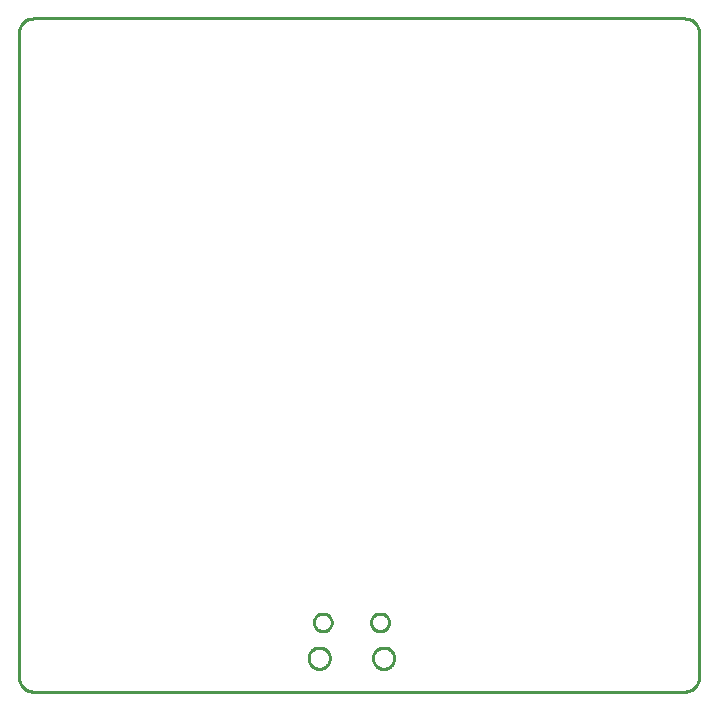
<source format=gbr>
G04 EAGLE Gerber RS-274X export*
G75*
%MOMM*%
%FSLAX34Y34*%
%LPD*%
%IN*%
%IPPOS*%
%AMOC8*
5,1,8,0,0,1.08239X$1,22.5*%
G01*
%ADD10C,0.254000*%


D10*
X0Y12700D02*
X48Y11593D01*
X193Y10495D01*
X433Y9413D01*
X766Y8356D01*
X1190Y7333D01*
X1701Y6350D01*
X2297Y5416D01*
X2971Y4537D01*
X3720Y3720D01*
X4537Y2971D01*
X5416Y2297D01*
X6350Y1701D01*
X7333Y1190D01*
X8356Y766D01*
X9413Y433D01*
X10495Y193D01*
X11593Y48D01*
X12700Y0D01*
X563563Y0D01*
X564669Y48D01*
X565768Y193D01*
X566850Y433D01*
X567906Y766D01*
X568930Y1190D01*
X569913Y1701D01*
X570847Y2297D01*
X571726Y2971D01*
X572543Y3720D01*
X573291Y4537D01*
X573966Y5416D01*
X574561Y6350D01*
X575073Y7333D01*
X575497Y8356D01*
X575830Y9413D01*
X576070Y10495D01*
X576214Y11593D01*
X576263Y12700D01*
X576263Y557213D01*
X576214Y558319D01*
X576070Y559418D01*
X575830Y560500D01*
X575497Y561556D01*
X575073Y562580D01*
X574561Y563563D01*
X573966Y564497D01*
X573291Y565376D01*
X572543Y566193D01*
X571726Y566941D01*
X570847Y567616D01*
X569913Y568211D01*
X568930Y568723D01*
X567906Y569147D01*
X566850Y569480D01*
X565768Y569720D01*
X564669Y569864D01*
X563563Y569913D01*
X12700Y569913D01*
X11593Y569864D01*
X10495Y569720D01*
X9413Y569480D01*
X8356Y569147D01*
X7333Y568723D01*
X6350Y568211D01*
X5416Y567616D01*
X4537Y566941D01*
X3720Y566193D01*
X2971Y565376D01*
X2297Y564497D01*
X1701Y563563D01*
X1190Y562580D01*
X766Y561556D01*
X433Y560500D01*
X193Y559418D01*
X48Y558319D01*
X0Y557213D01*
X0Y12700D01*
X300031Y28680D02*
X300100Y29463D01*
X300236Y30237D01*
X300440Y30996D01*
X300708Y31735D01*
X301041Y32447D01*
X301434Y33128D01*
X301884Y33772D01*
X302389Y34374D01*
X302945Y34929D01*
X303547Y35434D01*
X304191Y35885D01*
X304872Y36278D01*
X305584Y36610D01*
X306322Y36879D01*
X307081Y37083D01*
X307855Y37219D01*
X308638Y37288D01*
X309424Y37288D01*
X310207Y37219D01*
X310981Y37083D01*
X311740Y36879D01*
X312479Y36610D01*
X313191Y36278D01*
X313872Y35885D01*
X314515Y35434D01*
X315117Y34929D01*
X315673Y34374D01*
X316178Y33772D01*
X316629Y33128D01*
X317022Y32447D01*
X317354Y31735D01*
X317623Y30996D01*
X317826Y30237D01*
X317963Y29463D01*
X318031Y28680D01*
X318031Y27895D01*
X317963Y27112D01*
X317826Y26338D01*
X317623Y25579D01*
X317354Y24840D01*
X317022Y24128D01*
X316629Y23447D01*
X316178Y22803D01*
X315673Y22201D01*
X315117Y21646D01*
X314515Y21141D01*
X313872Y20690D01*
X313191Y20297D01*
X312479Y19965D01*
X311740Y19696D01*
X310981Y19492D01*
X310207Y19356D01*
X309424Y19288D01*
X308638Y19288D01*
X307855Y19356D01*
X307081Y19492D01*
X306322Y19696D01*
X305584Y19965D01*
X304872Y20297D01*
X304191Y20690D01*
X303547Y21141D01*
X302945Y21646D01*
X302389Y22201D01*
X301884Y22803D01*
X301434Y23447D01*
X301041Y24128D01*
X300708Y24840D01*
X300440Y25579D01*
X300236Y26338D01*
X300100Y27112D01*
X300031Y27895D01*
X300031Y28680D01*
X245531Y28680D02*
X245600Y29463D01*
X245736Y30237D01*
X245940Y30996D01*
X246208Y31735D01*
X246541Y32447D01*
X246934Y33128D01*
X247384Y33772D01*
X247889Y34374D01*
X248445Y34929D01*
X249047Y35434D01*
X249691Y35885D01*
X250372Y36278D01*
X251084Y36610D01*
X251822Y36879D01*
X252581Y37083D01*
X253355Y37219D01*
X254138Y37288D01*
X254924Y37288D01*
X255707Y37219D01*
X256481Y37083D01*
X257240Y36879D01*
X257979Y36610D01*
X258691Y36278D01*
X259372Y35885D01*
X260015Y35434D01*
X260617Y34929D01*
X261173Y34374D01*
X261678Y33772D01*
X262129Y33128D01*
X262522Y32447D01*
X262854Y31735D01*
X263123Y30996D01*
X263326Y30237D01*
X263463Y29463D01*
X263531Y28680D01*
X263531Y27895D01*
X263463Y27112D01*
X263326Y26338D01*
X263123Y25579D01*
X262854Y24840D01*
X262522Y24128D01*
X262129Y23447D01*
X261678Y22803D01*
X261173Y22201D01*
X260617Y21646D01*
X260015Y21141D01*
X259372Y20690D01*
X258691Y20297D01*
X257979Y19965D01*
X257240Y19696D01*
X256481Y19492D01*
X255707Y19356D01*
X254924Y19288D01*
X254138Y19288D01*
X253355Y19356D01*
X252581Y19492D01*
X251822Y19696D01*
X251084Y19965D01*
X250372Y20297D01*
X249691Y20690D01*
X249047Y21141D01*
X248445Y21646D01*
X247889Y22201D01*
X247384Y22803D01*
X246934Y23447D01*
X246541Y24128D01*
X246208Y24840D01*
X245940Y25579D01*
X245736Y26338D01*
X245600Y27112D01*
X245531Y27895D01*
X245531Y28680D01*
X298531Y58956D02*
X298603Y59689D01*
X298747Y60412D01*
X298961Y61117D01*
X299243Y61798D01*
X299591Y62448D01*
X300000Y63061D01*
X300467Y63630D01*
X300988Y64151D01*
X301558Y64619D01*
X302171Y65028D01*
X302821Y65376D01*
X303502Y65658D01*
X304207Y65872D01*
X304929Y66015D01*
X305663Y66088D01*
X306400Y66088D01*
X307133Y66015D01*
X307856Y65872D01*
X308561Y65658D01*
X309242Y65376D01*
X309892Y65028D01*
X310504Y64619D01*
X311074Y64151D01*
X311595Y63630D01*
X312063Y63061D01*
X312472Y62448D01*
X312819Y61798D01*
X313101Y61117D01*
X313315Y60412D01*
X313459Y59689D01*
X313531Y58956D01*
X313531Y58219D01*
X313459Y57486D01*
X313315Y56763D01*
X313101Y56058D01*
X312819Y55377D01*
X312472Y54727D01*
X312063Y54114D01*
X311595Y53545D01*
X311074Y53024D01*
X310504Y52556D01*
X309892Y52147D01*
X309242Y51799D01*
X308561Y51517D01*
X307856Y51304D01*
X307133Y51160D01*
X306400Y51088D01*
X305663Y51088D01*
X304929Y51160D01*
X304207Y51304D01*
X303502Y51517D01*
X302821Y51799D01*
X302171Y52147D01*
X301558Y52556D01*
X300988Y53024D01*
X300467Y53545D01*
X300000Y54114D01*
X299591Y54727D01*
X299243Y55377D01*
X298961Y56058D01*
X298747Y56763D01*
X298603Y57486D01*
X298531Y58219D01*
X298531Y58956D01*
X250031Y58956D02*
X250103Y59689D01*
X250247Y60412D01*
X250461Y61117D01*
X250743Y61798D01*
X251091Y62448D01*
X251500Y63061D01*
X251967Y63630D01*
X252488Y64151D01*
X253058Y64619D01*
X253671Y65028D01*
X254321Y65376D01*
X255002Y65658D01*
X255707Y65872D01*
X256429Y66015D01*
X257163Y66088D01*
X257900Y66088D01*
X258633Y66015D01*
X259356Y65872D01*
X260061Y65658D01*
X260742Y65376D01*
X261392Y65028D01*
X262004Y64619D01*
X262574Y64151D01*
X263095Y63630D01*
X263563Y63061D01*
X263972Y62448D01*
X264319Y61798D01*
X264601Y61117D01*
X264815Y60412D01*
X264959Y59689D01*
X265031Y58956D01*
X265031Y58219D01*
X264959Y57486D01*
X264815Y56763D01*
X264601Y56058D01*
X264319Y55377D01*
X263972Y54727D01*
X263563Y54114D01*
X263095Y53545D01*
X262574Y53024D01*
X262004Y52556D01*
X261392Y52147D01*
X260742Y51799D01*
X260061Y51517D01*
X259356Y51304D01*
X258633Y51160D01*
X257900Y51088D01*
X257163Y51088D01*
X256429Y51160D01*
X255707Y51304D01*
X255002Y51517D01*
X254321Y51799D01*
X253671Y52147D01*
X253058Y52556D01*
X252488Y53024D01*
X251967Y53545D01*
X251500Y54114D01*
X251091Y54727D01*
X250743Y55377D01*
X250461Y56058D01*
X250247Y56763D01*
X250103Y57486D01*
X250031Y58219D01*
X250031Y58956D01*
M02*

</source>
